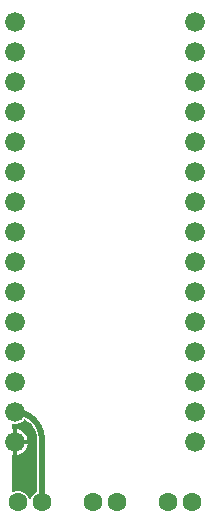
<source format=gbl>
G04 EAGLE Gerber RS-274X export*
G75*
%MOMM*%
%FSLAX34Y34*%
%LPD*%
%INBottom Copper*%
%IPPOS*%
%AMOC8*
5,1,8,0,0,1.08239X$1,22.5*%
G01*
%ADD10C,1.676400*%
%ADD11C,1.600000*%
%ADD12C,0.508000*%

G36*
X25515Y78601D02*
X25515Y78601D01*
X25628Y78611D01*
X25655Y78621D01*
X25685Y78626D01*
X25788Y78672D01*
X25893Y78713D01*
X25917Y78731D01*
X25944Y78743D01*
X26030Y78816D01*
X26120Y78884D01*
X26138Y78908D01*
X26160Y78927D01*
X26202Y78993D01*
X26290Y79112D01*
X26312Y79171D01*
X26338Y79212D01*
X27325Y81595D01*
X30005Y84275D01*
X30709Y84566D01*
X30710Y84567D01*
X30711Y84567D01*
X30828Y84637D01*
X30953Y84711D01*
X30955Y84712D01*
X30956Y84713D01*
X31051Y84814D01*
X31149Y84917D01*
X31149Y84919D01*
X31150Y84920D01*
X31215Y85046D01*
X31279Y85170D01*
X31279Y85172D01*
X31280Y85173D01*
X31282Y85188D01*
X31334Y85449D01*
X31331Y85480D01*
X31335Y85504D01*
X31335Y129700D01*
X31329Y129744D01*
X31332Y129780D01*
X31115Y132536D01*
X31080Y132695D01*
X31069Y132770D01*
X29365Y138013D01*
X29240Y138268D01*
X29228Y138282D01*
X29221Y138296D01*
X25981Y142756D01*
X25783Y142960D01*
X25767Y142970D01*
X25756Y142981D01*
X21555Y146033D01*
X21448Y146090D01*
X21343Y146151D01*
X21322Y146156D01*
X21303Y146166D01*
X21185Y146191D01*
X21068Y146221D01*
X21046Y146220D01*
X21025Y146225D01*
X20905Y146216D01*
X20784Y146212D01*
X20763Y146205D01*
X20742Y146204D01*
X20628Y146162D01*
X20513Y146125D01*
X20497Y146113D01*
X20475Y146105D01*
X20246Y145936D01*
X20243Y145932D01*
X20240Y145930D01*
X18312Y144001D01*
X14671Y142493D01*
X11176Y142493D01*
X11118Y142485D01*
X11060Y142487D01*
X10978Y142465D01*
X10894Y142453D01*
X10841Y142430D01*
X10785Y142415D01*
X10712Y142372D01*
X10635Y142337D01*
X10590Y142299D01*
X10540Y142270D01*
X10482Y142208D01*
X10418Y142154D01*
X10386Y142105D01*
X10346Y142062D01*
X10307Y141987D01*
X10260Y141917D01*
X10243Y141861D01*
X10216Y141809D01*
X10205Y141741D01*
X10175Y141646D01*
X10172Y141546D01*
X10161Y141478D01*
X10161Y138845D01*
X10180Y138710D01*
X10198Y138573D01*
X10200Y138568D01*
X10201Y138564D01*
X10257Y138439D01*
X10312Y138312D01*
X10315Y138309D01*
X10317Y138304D01*
X10404Y138201D01*
X10494Y138094D01*
X10498Y138091D01*
X10500Y138087D01*
X10614Y138012D01*
X10669Y137975D01*
X10669Y128016D01*
X10677Y127958D01*
X10675Y127900D01*
X10697Y127818D01*
X10709Y127735D01*
X10733Y127681D01*
X10747Y127625D01*
X10790Y127552D01*
X10825Y127475D01*
X10863Y127431D01*
X10893Y127380D01*
X10954Y127323D01*
X11009Y127258D01*
X11057Y127226D01*
X11100Y127186D01*
X11175Y127147D01*
X11245Y127101D01*
X11301Y127083D01*
X11353Y127056D01*
X11421Y127045D01*
X11516Y127015D01*
X11616Y127012D01*
X11684Y127001D01*
X12701Y127001D01*
X12701Y126999D01*
X11684Y126999D01*
X11626Y126991D01*
X11568Y126992D01*
X11486Y126971D01*
X11403Y126959D01*
X11349Y126935D01*
X11293Y126921D01*
X11220Y126878D01*
X11143Y126843D01*
X11098Y126805D01*
X11048Y126775D01*
X10990Y126714D01*
X10926Y126659D01*
X10894Y126611D01*
X10854Y126568D01*
X10815Y126493D01*
X10769Y126423D01*
X10751Y126367D01*
X10724Y126315D01*
X10713Y126247D01*
X10683Y126152D01*
X10680Y126052D01*
X10669Y125984D01*
X10669Y116023D01*
X10658Y116016D01*
X10540Y115946D01*
X10537Y115943D01*
X10533Y115940D01*
X10440Y115839D01*
X10346Y115739D01*
X10344Y115735D01*
X10340Y115731D01*
X10279Y115608D01*
X10262Y115575D01*
X10260Y115573D01*
X10260Y115571D01*
X10216Y115486D01*
X10216Y115482D01*
X10213Y115477D01*
X10190Y115349D01*
X10175Y115302D01*
X10174Y115263D01*
X10162Y115197D01*
X10164Y115174D01*
X10161Y115155D01*
X10161Y85859D01*
X10177Y85745D01*
X10187Y85631D01*
X10197Y85605D01*
X10201Y85577D01*
X10248Y85472D01*
X10289Y85365D01*
X10305Y85343D01*
X10317Y85318D01*
X10391Y85230D01*
X10460Y85139D01*
X10483Y85122D01*
X10500Y85101D01*
X10596Y85037D01*
X10688Y84968D01*
X10714Y84959D01*
X10737Y84943D01*
X10847Y84909D01*
X10954Y84868D01*
X10982Y84866D01*
X11008Y84857D01*
X11123Y84855D01*
X11237Y84845D01*
X11262Y84851D01*
X11292Y84850D01*
X11549Y84917D01*
X11565Y84921D01*
X13505Y85725D01*
X17295Y85725D01*
X20795Y84275D01*
X23475Y81595D01*
X24462Y79212D01*
X24477Y79186D01*
X24486Y79158D01*
X24549Y79064D01*
X24607Y78967D01*
X24628Y78947D01*
X24644Y78922D01*
X24731Y78849D01*
X24813Y78772D01*
X24839Y78758D01*
X24862Y78739D01*
X24965Y78693D01*
X25066Y78641D01*
X25095Y78636D01*
X25122Y78624D01*
X25234Y78608D01*
X25345Y78586D01*
X25374Y78589D01*
X25403Y78585D01*
X25515Y78601D01*
G37*
%LPC*%
G36*
X14731Y129031D02*
X14731Y129031D01*
X14731Y137737D01*
X15258Y137654D01*
X16893Y137122D01*
X18425Y136342D01*
X19816Y135331D01*
X21031Y134116D01*
X22042Y132725D01*
X22822Y131193D01*
X23354Y129558D01*
X23437Y129031D01*
X14731Y129031D01*
G37*
%LPD*%
%LPC*%
G36*
X14731Y124969D02*
X14731Y124969D01*
X23437Y124969D01*
X23354Y124442D01*
X22822Y122807D01*
X22042Y121275D01*
X21031Y119884D01*
X19816Y118669D01*
X18425Y117658D01*
X16893Y116878D01*
X15258Y116346D01*
X14731Y116263D01*
X14731Y124969D01*
G37*
%LPD*%
D10*
X12700Y482600D03*
X12700Y457200D03*
X12700Y431800D03*
X12700Y406400D03*
X12700Y381000D03*
X12700Y355600D03*
X12700Y330200D03*
X12700Y304800D03*
X12700Y279400D03*
X12700Y254000D03*
X12700Y228600D03*
X12700Y203200D03*
X12700Y177800D03*
X12700Y152400D03*
X12700Y127000D03*
X165100Y482600D03*
X165100Y457200D03*
X165100Y431800D03*
X165100Y406400D03*
X165100Y381000D03*
X165100Y355600D03*
X165100Y330200D03*
X165100Y304800D03*
X165100Y279400D03*
X165100Y254000D03*
X165100Y228600D03*
X165100Y203200D03*
X165100Y177800D03*
X165100Y152400D03*
X165100Y127000D03*
D11*
X162400Y76200D03*
X142400Y76200D03*
X98900Y76200D03*
X78900Y76200D03*
X35400Y76200D03*
X15400Y76200D03*
D12*
X35400Y129700D02*
X35393Y130249D01*
X35373Y130797D01*
X35340Y131344D01*
X35294Y131891D01*
X35234Y132436D01*
X35162Y132980D01*
X35076Y133522D01*
X34977Y134061D01*
X34865Y134598D01*
X34740Y135132D01*
X34603Y135663D01*
X34452Y136191D01*
X34289Y136715D01*
X34113Y137234D01*
X33925Y137750D01*
X33724Y138260D01*
X33511Y138766D01*
X33286Y139266D01*
X33049Y139760D01*
X32800Y140249D01*
X32539Y140732D01*
X32267Y141208D01*
X31983Y141677D01*
X31688Y142140D01*
X31382Y142595D01*
X31065Y143043D01*
X30737Y143483D01*
X30399Y143914D01*
X30050Y144338D01*
X29691Y144753D01*
X29322Y145159D01*
X28944Y145556D01*
X28556Y145944D01*
X28159Y146322D01*
X27753Y146691D01*
X27338Y147050D01*
X26914Y147399D01*
X26483Y147737D01*
X26043Y148065D01*
X25595Y148382D01*
X25140Y148688D01*
X24677Y148983D01*
X24208Y149267D01*
X23732Y149539D01*
X23249Y149800D01*
X22760Y150049D01*
X22266Y150286D01*
X21766Y150511D01*
X21260Y150724D01*
X20750Y150925D01*
X20234Y151113D01*
X19715Y151289D01*
X19191Y151452D01*
X18663Y151603D01*
X18132Y151740D01*
X17598Y151865D01*
X17061Y151977D01*
X16522Y152076D01*
X15980Y152162D01*
X15436Y152234D01*
X14891Y152294D01*
X14344Y152340D01*
X13797Y152373D01*
X13249Y152393D01*
X12700Y152400D01*
X35400Y129700D02*
X35400Y76200D01*
M02*

</source>
